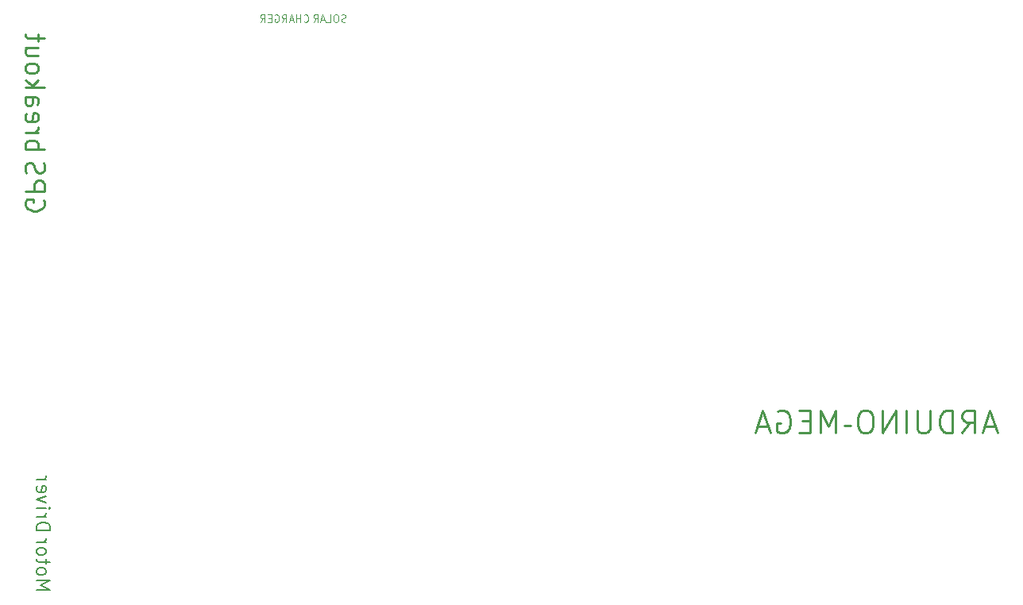
<source format=gbr>
%TF.GenerationSoftware,Flux,Pcbnew,7.0.11-7.0.11~ubuntu20.04.1*%
%TF.CreationDate,2024-05-09T22:56:52+00:00*%
%TF.ProjectId,input,696e7075-742e-46b6-9963-61645f706362,rev?*%
%TF.SameCoordinates,Original*%
%TF.FileFunction,Legend,Bot*%
%TF.FilePolarity,Positive*%
%FSLAX46Y46*%
G04 Gerber Fmt 4.6, Leading zero omitted, Abs format (unit mm)*
G04 Filename: desalinator*
G04 Build it with Flux! Visit our site at: https://www.flux.ai (PCBNEW 7.0.11-7.0.11~ubuntu20.04.1) date 2024-05-09 22:56:52*
%MOMM*%
%LPD*%
G01*
G04 APERTURE LIST*
%ADD10C,0.095000*%
%ADD11C,0.285000*%
%ADD12C,0.171000*%
%ADD13C,0.237500*%
G04 APERTURE END LIST*
D10*
X141719Y21495540D02*
X27433Y21457444D01*
X27433Y21457444D02*
X-163042Y21457444D01*
X-163042Y21457444D02*
X-239233Y21495540D01*
X-239233Y21495540D02*
X-277328Y21533635D01*
X-277328Y21533635D02*
X-315423Y21609825D01*
X-315423Y21609825D02*
X-315423Y21686016D01*
X-315423Y21686016D02*
X-277328Y21762206D01*
X-277328Y21762206D02*
X-239233Y21800301D01*
X-239233Y21800301D02*
X-163042Y21838397D01*
X-163042Y21838397D02*
X-10661Y21876492D01*
X-10661Y21876492D02*
X65528Y21914587D01*
X65528Y21914587D02*
X103623Y21952682D01*
X103623Y21952682D02*
X141719Y22028873D01*
X141719Y22028873D02*
X141719Y22105063D01*
X141719Y22105063D02*
X103623Y22181254D01*
X103623Y22181254D02*
X65528Y22219349D01*
X65528Y22219349D02*
X-10661Y22257444D01*
X-10661Y22257444D02*
X-201138Y22257444D01*
X-201138Y22257444D02*
X-315423Y22219349D01*
X-810662Y22257444D02*
X-963043Y22257444D01*
X-963043Y22257444D02*
X-1039233Y22219349D01*
X-1039233Y22219349D02*
X-1115424Y22143159D01*
X-1115424Y22143159D02*
X-1153519Y21990778D01*
X-1153519Y21990778D02*
X-1153519Y21724111D01*
X-1153519Y21724111D02*
X-1115424Y21571730D01*
X-1115424Y21571730D02*
X-1039233Y21495540D01*
X-1039233Y21495540D02*
X-963043Y21457444D01*
X-963043Y21457444D02*
X-810662Y21457444D01*
X-810662Y21457444D02*
X-734471Y21495540D01*
X-734471Y21495540D02*
X-658281Y21571730D01*
X-658281Y21571730D02*
X-620185Y21724111D01*
X-620185Y21724111D02*
X-620185Y21990778D01*
X-620185Y21990778D02*
X-658281Y22143159D01*
X-658281Y22143159D02*
X-734471Y22219349D01*
X-734471Y22219349D02*
X-810662Y22257444D01*
X-1877328Y21457444D02*
X-1496376Y21457444D01*
X-1496376Y21457444D02*
X-1496376Y22257444D01*
X-2105899Y21686016D02*
X-2486852Y21686016D01*
X-2029709Y21457444D02*
X-2296376Y22257444D01*
X-2296376Y22257444D02*
X-2563042Y21457444D01*
X-3286852Y21457444D02*
X-3020185Y21838397D01*
X-2829709Y21457444D02*
X-2829709Y22257444D01*
X-2829709Y22257444D02*
X-3134471Y22257444D01*
X-3134471Y22257444D02*
X-3210661Y22219349D01*
X-3210661Y22219349D02*
X-3248756Y22181254D01*
X-3248756Y22181254D02*
X-3286852Y22105063D01*
X-3286852Y22105063D02*
X-3286852Y21990778D01*
X-3286852Y21990778D02*
X-3248756Y21914587D01*
X-3248756Y21914587D02*
X-3210661Y21876492D01*
X-3210661Y21876492D02*
X-3134471Y21838397D01*
X-3134471Y21838397D02*
X-2829709Y21838397D01*
X-4315423Y21533635D02*
X-4277327Y21495540D01*
X-4277327Y21495540D02*
X-4163042Y21457444D01*
X-4163042Y21457444D02*
X-4086851Y21457444D01*
X-4086851Y21457444D02*
X-3972565Y21495540D01*
X-3972565Y21495540D02*
X-3896375Y21571730D01*
X-3896375Y21571730D02*
X-3858280Y21647920D01*
X-3858280Y21647920D02*
X-3820184Y21800301D01*
X-3820184Y21800301D02*
X-3820184Y21914587D01*
X-3820184Y21914587D02*
X-3858280Y22066968D01*
X-3858280Y22066968D02*
X-3896375Y22143159D01*
X-3896375Y22143159D02*
X-3972565Y22219349D01*
X-3972565Y22219349D02*
X-4086851Y22257444D01*
X-4086851Y22257444D02*
X-4163042Y22257444D01*
X-4163042Y22257444D02*
X-4277327Y22219349D01*
X-4277327Y22219349D02*
X-4315423Y22181254D01*
X-4658280Y21457444D02*
X-4658280Y22257444D01*
X-4658280Y21876492D02*
X-5115423Y21876492D01*
X-5115423Y21457444D02*
X-5115423Y22257444D01*
X-5458279Y21686016D02*
X-5839232Y21686016D01*
X-5382089Y21457444D02*
X-5648756Y22257444D01*
X-5648756Y22257444D02*
X-5915422Y21457444D01*
X-6639232Y21457444D02*
X-6372565Y21838397D01*
X-6182089Y21457444D02*
X-6182089Y22257444D01*
X-6182089Y22257444D02*
X-6486851Y22257444D01*
X-6486851Y22257444D02*
X-6563041Y22219349D01*
X-6563041Y22219349D02*
X-6601136Y22181254D01*
X-6601136Y22181254D02*
X-6639232Y22105063D01*
X-6639232Y22105063D02*
X-6639232Y21990778D01*
X-6639232Y21990778D02*
X-6601136Y21914587D01*
X-6601136Y21914587D02*
X-6563041Y21876492D01*
X-6563041Y21876492D02*
X-6486851Y21838397D01*
X-6486851Y21838397D02*
X-6182089Y21838397D01*
X-7401136Y22219349D02*
X-7324946Y22257444D01*
X-7324946Y22257444D02*
X-7210660Y22257444D01*
X-7210660Y22257444D02*
X-7096374Y22219349D01*
X-7096374Y22219349D02*
X-7020184Y22143159D01*
X-7020184Y22143159D02*
X-6982089Y22066968D01*
X-6982089Y22066968D02*
X-6943993Y21914587D01*
X-6943993Y21914587D02*
X-6943993Y21800301D01*
X-6943993Y21800301D02*
X-6982089Y21647920D01*
X-6982089Y21647920D02*
X-7020184Y21571730D01*
X-7020184Y21571730D02*
X-7096374Y21495540D01*
X-7096374Y21495540D02*
X-7210660Y21457444D01*
X-7210660Y21457444D02*
X-7286851Y21457444D01*
X-7286851Y21457444D02*
X-7401136Y21495540D01*
X-7401136Y21495540D02*
X-7439232Y21533635D01*
X-7439232Y21533635D02*
X-7439232Y21800301D01*
X-7439232Y21800301D02*
X-7286851Y21800301D01*
X-7782089Y21876492D02*
X-8048755Y21876492D01*
X-8163041Y21457444D02*
X-7782089Y21457444D01*
X-7782089Y21457444D02*
X-7782089Y22257444D01*
X-7782089Y22257444D02*
X-8163041Y22257444D01*
X-8963042Y21457444D02*
X-8696375Y21838397D01*
X-8505899Y21457444D02*
X-8505899Y22257444D01*
X-8505899Y22257444D02*
X-8810661Y22257444D01*
X-8810661Y22257444D02*
X-8886851Y22219349D01*
X-8886851Y22219349D02*
X-8924946Y22181254D01*
X-8924946Y22181254D02*
X-8963042Y22105063D01*
X-8963042Y22105063D02*
X-8963042Y21990778D01*
X-8963042Y21990778D02*
X-8924946Y21914587D01*
X-8924946Y21914587D02*
X-8886851Y21876492D01*
X-8886851Y21876492D02*
X-8810661Y21838397D01*
X-8810661Y21838397D02*
X-8505899Y21838397D01*
D11*
X69391157Y-21668051D02*
X68248300Y-21668051D01*
X69619728Y-22353765D02*
X68819728Y-19953765D01*
X68819728Y-19953765D02*
X68019728Y-22353765D01*
X65848299Y-22353765D02*
X66648299Y-21210908D01*
X67219728Y-22353765D02*
X67219728Y-19953765D01*
X67219728Y-19953765D02*
X66305442Y-19953765D01*
X66305442Y-19953765D02*
X66076871Y-20068051D01*
X66076871Y-20068051D02*
X65962585Y-20182337D01*
X65962585Y-20182337D02*
X65848299Y-20410908D01*
X65848299Y-20410908D02*
X65848299Y-20753765D01*
X65848299Y-20753765D02*
X65962585Y-20982337D01*
X65962585Y-20982337D02*
X66076871Y-21096622D01*
X66076871Y-21096622D02*
X66305442Y-21210908D01*
X66305442Y-21210908D02*
X67219728Y-21210908D01*
X64819728Y-22353765D02*
X64819728Y-19953765D01*
X64819728Y-19953765D02*
X64248299Y-19953765D01*
X64248299Y-19953765D02*
X63905442Y-20068051D01*
X63905442Y-20068051D02*
X63676871Y-20296622D01*
X63676871Y-20296622D02*
X63562585Y-20525194D01*
X63562585Y-20525194D02*
X63448299Y-20982337D01*
X63448299Y-20982337D02*
X63448299Y-21325194D01*
X63448299Y-21325194D02*
X63562585Y-21782337D01*
X63562585Y-21782337D02*
X63676871Y-22010908D01*
X63676871Y-22010908D02*
X63905442Y-22239480D01*
X63905442Y-22239480D02*
X64248299Y-22353765D01*
X64248299Y-22353765D02*
X64819728Y-22353765D01*
X62419728Y-19953765D02*
X62419728Y-21896622D01*
X62419728Y-21896622D02*
X62305442Y-22125194D01*
X62305442Y-22125194D02*
X62191157Y-22239480D01*
X62191157Y-22239480D02*
X61962585Y-22353765D01*
X61962585Y-22353765D02*
X61505442Y-22353765D01*
X61505442Y-22353765D02*
X61276871Y-22239480D01*
X61276871Y-22239480D02*
X61162585Y-22125194D01*
X61162585Y-22125194D02*
X61048299Y-21896622D01*
X61048299Y-21896622D02*
X61048299Y-19953765D01*
X59905442Y-22353765D02*
X59905442Y-19953765D01*
X58762585Y-22353765D02*
X58762585Y-19953765D01*
X58762585Y-19953765D02*
X57391156Y-22353765D01*
X57391156Y-22353765D02*
X57391156Y-19953765D01*
X55791156Y-19953765D02*
X55334013Y-19953765D01*
X55334013Y-19953765D02*
X55105442Y-20068051D01*
X55105442Y-20068051D02*
X54876870Y-20296622D01*
X54876870Y-20296622D02*
X54762585Y-20753765D01*
X54762585Y-20753765D02*
X54762585Y-21553765D01*
X54762585Y-21553765D02*
X54876870Y-22010908D01*
X54876870Y-22010908D02*
X55105442Y-22239480D01*
X55105442Y-22239480D02*
X55334013Y-22353765D01*
X55334013Y-22353765D02*
X55791156Y-22353765D01*
X55791156Y-22353765D02*
X56019728Y-22239480D01*
X56019728Y-22239480D02*
X56248299Y-22010908D01*
X56248299Y-22010908D02*
X56362585Y-21553765D01*
X56362585Y-21553765D02*
X56362585Y-20753765D01*
X56362585Y-20753765D02*
X56248299Y-20296622D01*
X56248299Y-20296622D02*
X56019728Y-20068051D01*
X56019728Y-20068051D02*
X55791156Y-19953765D01*
X53962584Y-21553765D02*
X53276870Y-21553765D01*
X52362584Y-22353765D02*
X52362584Y-19953765D01*
X52362584Y-19953765D02*
X51562584Y-21668051D01*
X51562584Y-21668051D02*
X50762584Y-19953765D01*
X50762584Y-19953765D02*
X50762584Y-22353765D01*
X49619727Y-21096622D02*
X48819727Y-21096622D01*
X48476870Y-22353765D02*
X49619727Y-22353765D01*
X49619727Y-22353765D02*
X49619727Y-19953765D01*
X49619727Y-19953765D02*
X48476870Y-19953765D01*
X46191155Y-20068051D02*
X46419727Y-19953765D01*
X46419727Y-19953765D02*
X46762584Y-19953765D01*
X46762584Y-19953765D02*
X47105441Y-20068051D01*
X47105441Y-20068051D02*
X47334012Y-20296622D01*
X47334012Y-20296622D02*
X47448298Y-20525194D01*
X47448298Y-20525194D02*
X47562584Y-20982337D01*
X47562584Y-20982337D02*
X47562584Y-21325194D01*
X47562584Y-21325194D02*
X47448298Y-21782337D01*
X47448298Y-21782337D02*
X47334012Y-22010908D01*
X47334012Y-22010908D02*
X47105441Y-22239480D01*
X47105441Y-22239480D02*
X46762584Y-22353765D01*
X46762584Y-22353765D02*
X46534012Y-22353765D01*
X46534012Y-22353765D02*
X46191155Y-22239480D01*
X46191155Y-22239480D02*
X46076869Y-22125194D01*
X46076869Y-22125194D02*
X46076869Y-21325194D01*
X46076869Y-21325194D02*
X46534012Y-21325194D01*
X45162584Y-21668051D02*
X44019727Y-21668051D01*
X45391155Y-22353765D02*
X44591155Y-19953765D01*
X44591155Y-19953765D02*
X43791155Y-22353765D01*
D12*
X-32792479Y-39080142D02*
X-31352479Y-39080142D01*
X-31352479Y-39080142D02*
X-32381050Y-38600142D01*
X-32381050Y-38600142D02*
X-31352479Y-38120142D01*
X-31352479Y-38120142D02*
X-32792479Y-38120142D01*
X-32792479Y-37228714D02*
X-32723908Y-37365857D01*
X-32723908Y-37365857D02*
X-32655336Y-37434428D01*
X-32655336Y-37434428D02*
X-32518193Y-37503000D01*
X-32518193Y-37503000D02*
X-32106765Y-37503000D01*
X-32106765Y-37503000D02*
X-31969622Y-37434428D01*
X-31969622Y-37434428D02*
X-31901050Y-37365857D01*
X-31901050Y-37365857D02*
X-31832479Y-37228714D01*
X-31832479Y-37228714D02*
X-31832479Y-37023000D01*
X-31832479Y-37023000D02*
X-31901050Y-36885857D01*
X-31901050Y-36885857D02*
X-31969622Y-36817286D01*
X-31969622Y-36817286D02*
X-32106765Y-36748714D01*
X-32106765Y-36748714D02*
X-32518193Y-36748714D01*
X-32518193Y-36748714D02*
X-32655336Y-36817286D01*
X-32655336Y-36817286D02*
X-32723908Y-36885857D01*
X-32723908Y-36885857D02*
X-32792479Y-37023000D01*
X-32792479Y-37023000D02*
X-32792479Y-37228714D01*
X-31832479Y-36337286D02*
X-31832479Y-35788714D01*
X-31352479Y-36131571D02*
X-32586765Y-36131571D01*
X-32586765Y-36131571D02*
X-32723908Y-36063000D01*
X-32723908Y-36063000D02*
X-32792479Y-35925857D01*
X-32792479Y-35925857D02*
X-32792479Y-35788714D01*
X-32792479Y-35103000D02*
X-32723908Y-35240143D01*
X-32723908Y-35240143D02*
X-32655336Y-35308714D01*
X-32655336Y-35308714D02*
X-32518193Y-35377286D01*
X-32518193Y-35377286D02*
X-32106765Y-35377286D01*
X-32106765Y-35377286D02*
X-31969622Y-35308714D01*
X-31969622Y-35308714D02*
X-31901050Y-35240143D01*
X-31901050Y-35240143D02*
X-31832479Y-35103000D01*
X-31832479Y-35103000D02*
X-31832479Y-34897286D01*
X-31832479Y-34897286D02*
X-31901050Y-34760143D01*
X-31901050Y-34760143D02*
X-31969622Y-34691572D01*
X-31969622Y-34691572D02*
X-32106765Y-34623000D01*
X-32106765Y-34623000D02*
X-32518193Y-34623000D01*
X-32518193Y-34623000D02*
X-32655336Y-34691572D01*
X-32655336Y-34691572D02*
X-32723908Y-34760143D01*
X-32723908Y-34760143D02*
X-32792479Y-34897286D01*
X-32792479Y-34897286D02*
X-32792479Y-35103000D01*
X-32792479Y-34005857D02*
X-31832479Y-34005857D01*
X-32106765Y-34005857D02*
X-31969622Y-33937286D01*
X-31969622Y-33937286D02*
X-31901050Y-33868715D01*
X-31901050Y-33868715D02*
X-31832479Y-33731572D01*
X-31832479Y-33731572D02*
X-31832479Y-33594429D01*
X-32792479Y-32702999D02*
X-31352479Y-32702999D01*
X-31352479Y-32702999D02*
X-31352479Y-32360142D01*
X-31352479Y-32360142D02*
X-31421050Y-32154428D01*
X-31421050Y-32154428D02*
X-31558193Y-32017285D01*
X-31558193Y-32017285D02*
X-31695336Y-31948714D01*
X-31695336Y-31948714D02*
X-31969622Y-31880142D01*
X-31969622Y-31880142D02*
X-32175336Y-31880142D01*
X-32175336Y-31880142D02*
X-32449622Y-31948714D01*
X-32449622Y-31948714D02*
X-32586765Y-32017285D01*
X-32586765Y-32017285D02*
X-32723908Y-32154428D01*
X-32723908Y-32154428D02*
X-32792479Y-32360142D01*
X-32792479Y-32360142D02*
X-32792479Y-32702999D01*
X-32792479Y-31262999D02*
X-31832479Y-31262999D01*
X-32106765Y-31262999D02*
X-31969622Y-31194428D01*
X-31969622Y-31194428D02*
X-31901050Y-31125857D01*
X-31901050Y-31125857D02*
X-31832479Y-30988714D01*
X-31832479Y-30988714D02*
X-31832479Y-30851571D01*
X-32792479Y-30371570D02*
X-31832479Y-30371570D01*
X-31352479Y-30371570D02*
X-31421050Y-30440142D01*
X-31421050Y-30440142D02*
X-31489622Y-30371570D01*
X-31489622Y-30371570D02*
X-31421050Y-30302999D01*
X-31421050Y-30302999D02*
X-31352479Y-30371570D01*
X-31352479Y-30371570D02*
X-31489622Y-30371570D01*
X-31832479Y-29822999D02*
X-32792479Y-29480142D01*
X-32792479Y-29480142D02*
X-31832479Y-29137285D01*
X-32723908Y-28040142D02*
X-32792479Y-28177285D01*
X-32792479Y-28177285D02*
X-32792479Y-28451571D01*
X-32792479Y-28451571D02*
X-32723908Y-28588713D01*
X-32723908Y-28588713D02*
X-32586765Y-28657285D01*
X-32586765Y-28657285D02*
X-32038193Y-28657285D01*
X-32038193Y-28657285D02*
X-31901050Y-28588713D01*
X-31901050Y-28588713D02*
X-31832479Y-28451571D01*
X-31832479Y-28451571D02*
X-31832479Y-28177285D01*
X-31832479Y-28177285D02*
X-31901050Y-28040142D01*
X-31901050Y-28040142D02*
X-32038193Y-27971571D01*
X-32038193Y-27971571D02*
X-32175336Y-27971571D01*
X-32175336Y-27971571D02*
X-32312479Y-28657285D01*
X-32792479Y-27354427D02*
X-31832479Y-27354427D01*
X-32106765Y-27354427D02*
X-31969622Y-27285856D01*
X-31969622Y-27285856D02*
X-31901050Y-27217285D01*
X-31901050Y-27217285D02*
X-31832479Y-27080142D01*
X-31832479Y-27080142D02*
X-31832479Y-26942999D01*
D13*
X-32082126Y2470859D02*
X-31986888Y2280383D01*
X-31986888Y2280383D02*
X-31986888Y1994669D01*
X-31986888Y1994669D02*
X-32082126Y1708954D01*
X-32082126Y1708954D02*
X-32272602Y1518478D01*
X-32272602Y1518478D02*
X-32463078Y1423240D01*
X-32463078Y1423240D02*
X-32844030Y1328002D01*
X-32844030Y1328002D02*
X-33129745Y1328002D01*
X-33129745Y1328002D02*
X-33510697Y1423240D01*
X-33510697Y1423240D02*
X-33701173Y1518478D01*
X-33701173Y1518478D02*
X-33891650Y1708954D01*
X-33891650Y1708954D02*
X-33986888Y1994669D01*
X-33986888Y1994669D02*
X-33986888Y2185145D01*
X-33986888Y2185145D02*
X-33891650Y2470859D01*
X-33891650Y2470859D02*
X-33796411Y2566097D01*
X-33796411Y2566097D02*
X-33129745Y2566097D01*
X-33129745Y2566097D02*
X-33129745Y2185145D01*
X-33986888Y3423240D02*
X-31986888Y3423240D01*
X-31986888Y3423240D02*
X-31986888Y4185145D01*
X-31986888Y4185145D02*
X-32082126Y4375621D01*
X-32082126Y4375621D02*
X-32177364Y4470859D01*
X-32177364Y4470859D02*
X-32367840Y4566097D01*
X-32367840Y4566097D02*
X-32653554Y4566097D01*
X-32653554Y4566097D02*
X-32844030Y4470859D01*
X-32844030Y4470859D02*
X-32939269Y4375621D01*
X-32939269Y4375621D02*
X-33034507Y4185145D01*
X-33034507Y4185145D02*
X-33034507Y3423240D01*
X-33891650Y5328002D02*
X-33986888Y5613716D01*
X-33986888Y5613716D02*
X-33986888Y6089907D01*
X-33986888Y6089907D02*
X-33891650Y6280383D01*
X-33891650Y6280383D02*
X-33796411Y6375621D01*
X-33796411Y6375621D02*
X-33605935Y6470859D01*
X-33605935Y6470859D02*
X-33415459Y6470859D01*
X-33415459Y6470859D02*
X-33224983Y6375621D01*
X-33224983Y6375621D02*
X-33129745Y6280383D01*
X-33129745Y6280383D02*
X-33034507Y6089907D01*
X-33034507Y6089907D02*
X-32939269Y5708954D01*
X-32939269Y5708954D02*
X-32844030Y5518478D01*
X-32844030Y5518478D02*
X-32748792Y5423240D01*
X-32748792Y5423240D02*
X-32558316Y5328002D01*
X-32558316Y5328002D02*
X-32367840Y5328002D01*
X-32367840Y5328002D02*
X-32177364Y5423240D01*
X-32177364Y5423240D02*
X-32082126Y5518478D01*
X-32082126Y5518478D02*
X-31986888Y5708954D01*
X-31986888Y5708954D02*
X-31986888Y6185145D01*
X-31986888Y6185145D02*
X-32082126Y6470859D01*
X-33986888Y7899431D02*
X-31986888Y7899431D01*
X-32748792Y7899431D02*
X-32653554Y8089907D01*
X-32653554Y8089907D02*
X-32653554Y8470860D01*
X-32653554Y8470860D02*
X-32748792Y8661336D01*
X-32748792Y8661336D02*
X-32844030Y8756574D01*
X-32844030Y8756574D02*
X-33034507Y8851812D01*
X-33034507Y8851812D02*
X-33605935Y8851812D01*
X-33605935Y8851812D02*
X-33796411Y8756574D01*
X-33796411Y8756574D02*
X-33891650Y8661336D01*
X-33891650Y8661336D02*
X-33986888Y8470860D01*
X-33986888Y8470860D02*
X-33986888Y8089907D01*
X-33986888Y8089907D02*
X-33891650Y7899431D01*
X-33986888Y9708955D02*
X-32653554Y9708955D01*
X-33034507Y9708955D02*
X-32844030Y9804193D01*
X-32844030Y9804193D02*
X-32748792Y9899431D01*
X-32748792Y9899431D02*
X-32653554Y10089907D01*
X-32653554Y10089907D02*
X-32653554Y10280384D01*
X-33891650Y11708955D02*
X-33986888Y11518479D01*
X-33986888Y11518479D02*
X-33986888Y11137526D01*
X-33986888Y11137526D02*
X-33891650Y10947050D01*
X-33891650Y10947050D02*
X-33701173Y10851812D01*
X-33701173Y10851812D02*
X-32939269Y10851812D01*
X-32939269Y10851812D02*
X-32748792Y10947050D01*
X-32748792Y10947050D02*
X-32653554Y11137526D01*
X-32653554Y11137526D02*
X-32653554Y11518479D01*
X-32653554Y11518479D02*
X-32748792Y11708955D01*
X-32748792Y11708955D02*
X-32939269Y11804193D01*
X-32939269Y11804193D02*
X-33129745Y11804193D01*
X-33129745Y11804193D02*
X-33320221Y10851812D01*
X-33986888Y13518479D02*
X-32939269Y13518479D01*
X-32939269Y13518479D02*
X-32748792Y13423241D01*
X-32748792Y13423241D02*
X-32653554Y13232765D01*
X-32653554Y13232765D02*
X-32653554Y12851812D01*
X-32653554Y12851812D02*
X-32748792Y12661336D01*
X-33891650Y13518479D02*
X-33986888Y13328003D01*
X-33986888Y13328003D02*
X-33986888Y12851812D01*
X-33986888Y12851812D02*
X-33891650Y12661336D01*
X-33891650Y12661336D02*
X-33701173Y12566098D01*
X-33701173Y12566098D02*
X-33510697Y12566098D01*
X-33510697Y12566098D02*
X-33320221Y12661336D01*
X-33320221Y12661336D02*
X-33224983Y12851812D01*
X-33224983Y12851812D02*
X-33224983Y13328003D01*
X-33224983Y13328003D02*
X-33129745Y13518479D01*
X-33986888Y14470860D02*
X-31986888Y14470860D01*
X-33224983Y14661336D02*
X-33986888Y15232765D01*
X-32653554Y15232765D02*
X-33415459Y14470860D01*
X-33986888Y16375622D02*
X-33891650Y16185146D01*
X-33891650Y16185146D02*
X-33796411Y16089908D01*
X-33796411Y16089908D02*
X-33605935Y15994670D01*
X-33605935Y15994670D02*
X-33034507Y15994670D01*
X-33034507Y15994670D02*
X-32844030Y16089908D01*
X-32844030Y16089908D02*
X-32748792Y16185146D01*
X-32748792Y16185146D02*
X-32653554Y16375622D01*
X-32653554Y16375622D02*
X-32653554Y16661337D01*
X-32653554Y16661337D02*
X-32748792Y16851813D01*
X-32748792Y16851813D02*
X-32844030Y16947051D01*
X-32844030Y16947051D02*
X-33034507Y17042289D01*
X-33034507Y17042289D02*
X-33605935Y17042289D01*
X-33605935Y17042289D02*
X-33796411Y16947051D01*
X-33796411Y16947051D02*
X-33891650Y16851813D01*
X-33891650Y16851813D02*
X-33986888Y16661337D01*
X-33986888Y16661337D02*
X-33986888Y16375622D01*
X-32653554Y18756575D02*
X-33986888Y18756575D01*
X-32653554Y17899432D02*
X-33701173Y17899432D01*
X-33701173Y17899432D02*
X-33891650Y17994670D01*
X-33891650Y17994670D02*
X-33986888Y18185146D01*
X-33986888Y18185146D02*
X-33986888Y18470861D01*
X-33986888Y18470861D02*
X-33891650Y18661337D01*
X-33891650Y18661337D02*
X-33796411Y18756575D01*
X-32653554Y19423242D02*
X-32653554Y20185146D01*
X-31986888Y19708956D02*
X-33701173Y19708956D01*
X-33701173Y19708956D02*
X-33891650Y19804194D01*
X-33891650Y19804194D02*
X-33986888Y19994670D01*
X-33986888Y19994670D02*
X-33986888Y20185146D01*
M02*

</source>
